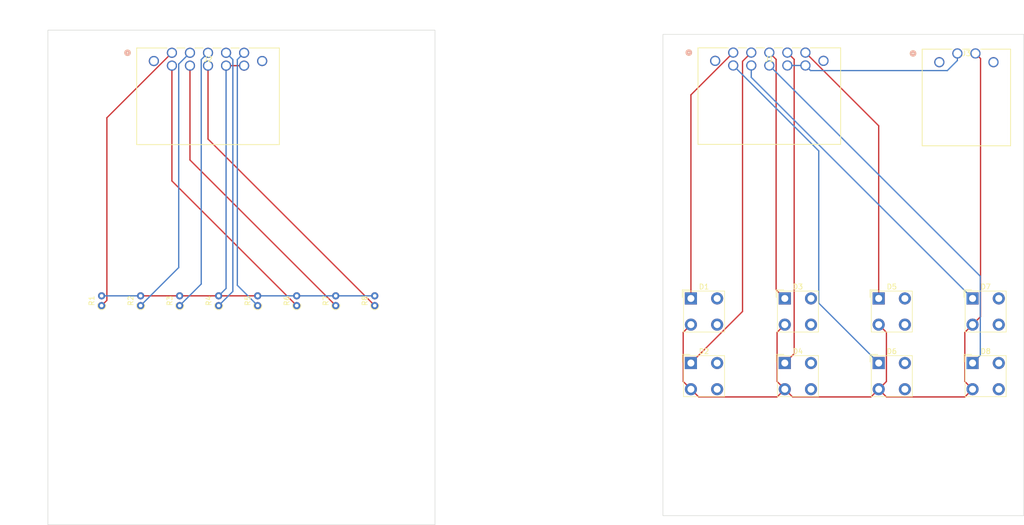
<source format=kicad_pcb>
(kicad_pcb (version 20221018) (generator pcbnew)
  (layers (0 "F.Cu" signal) (31 "B.Cu" signal) (34 "B.Paste" user) (35 "F.Paste" user) (36 "B.SilkS" user "B.Silkscreen") (37 "F.SilkS" user "F.Silkscreen") (38 "B.Mask" user) (39 "F.Mask" user) (44 "Edge.Cuts" user))
  (net 0 "")
  (net 1 "/Main Board/10P1")
  (net 2 "Net-(D1-A)")
  (net 3 "/Main Board/10P2")
  (net 4 "/Main Board/10P3")
  (net 5 "/Main Board/10P4")
  (net 6 "/Main Board/10P5")
  (net 7 "/Main Board/10P6")
  (net 8 "/Main Board/10P7")
  (net 9 "/Main Board/10P8")
  (net 10 "/Main Board/GND")
  (net 11 "/Connector Board/10P1")
  (net 12 "/Connector Board/10P2")
  (net 13 "/Connector Board/10P3")
  (net 14 "/Connector Board/10P4")
  (net 15 "/Connector Board/10P5")
  (net 16 "/Connector Board/10P6")
  (net 17 "/Connector Board/10P7")
  (net 18 "/Connector Board/10P8")
  (net 19 "/Connector Board/GND")
  (footprint "Resistor_THT:R_Axial_DIN0204_L3.6mm_D1.6mm_P1.90mm_Vertical" (layer "F.Cu") (at 91.875426 87.63 90)
    (fp_text reference "R7" (at 0.95 -1.92 90) (layer "F.SilkS"))
    (fp_text value "R_Photo")
    (fp_arc (start 0.320095 0.749359) (mid -0.813042 -0.054435) (end 0.417133 -0.7) (stroke (width 0.12)) (layer "F.SilkS"))
    (pad "1" thru_hole circle (at 0 0 90) (size 1.4 1.4) (drill 0.7) (layers "*.Cu" "*.Mask") (net 17 "/Connector Board/10P7"))
    (pad "2" thru_hole oval (at 1.9 0 90) (size 1.4 1.4) (drill 0.7) (layers "*.Cu" "*.Mask") (net 19 "/Connector Board/GND"))
  )
  (footprint "Resistor_THT:R_Axial_DIN0204_L3.6mm_D1.6mm_P1.90mm_Vertical" (layer "F.Cu") (at 46.482 87.63 90)
    (fp_text reference "R1" (at 0.95 -1.92 90) (layer "F.SilkS"))
    (fp_text value "R_Photo")
    (fp_arc (start 0.320095 0.749359) (mid -0.813042 -0.054435) (end 0.417133 -0.7) (stroke (width 0.12)) (layer "F.SilkS"))
    (pad "1" thru_hole circle (at 0 0 90) (size 1.4 1.4) (drill 0.7) (layers "*.Cu" "*.Mask") (net 11 "/Connector Board/10P1"))
    (pad "2" thru_hole oval (at 1.9 0 90) (size 1.4 1.4) (drill 0.7) (layers "*.Cu" "*.Mask") (net 19 "/Connector Board/GND"))
  )
  (footprint "Resistor_THT:R_Axial_DIN0204_L3.6mm_D1.6mm_P1.90mm_Vertical" (layer "F.Cu") (at 84.309855 87.63 90)
    (fp_text reference "R6" (at 0.95 -1.92 90) (layer "F.SilkS"))
    (fp_text value "R_Photo")
    (fp_arc (start 0.320095 0.749359) (mid -0.813042 -0.054435) (end 0.417133 -0.7) (stroke (width 0.12)) (layer "F.SilkS"))
    (pad "1" thru_hole circle (at 0 0 90) (size 1.4 1.4) (drill 0.7) (layers "*.Cu" "*.Mask") (net 16 "/Connector Board/10P6"))
    (pad "2" thru_hole oval (at 1.9 0 90) (size 1.4 1.4) (drill 0.7) (layers "*.Cu" "*.Mask") (net 19 "/Connector Board/GND"))
  )
  (footprint "Resistor_THT:R_Axial_DIN0204_L3.6mm_D1.6mm_P1.90mm_Vertical" (layer "F.Cu") (at 76.744284 87.63 90)
    (fp_text reference "R5" (at 0.95 -1.92 90) (layer "F.SilkS"))
    (fp_text value "R_Photo")
    (fp_arc (start 0.320095 0.749359) (mid -0.813042 -0.054435) (end 0.417133 -0.7) (stroke (width 0.12)) (layer "F.SilkS"))
    (pad "1" thru_hole circle (at 0 0 90) (size 1.4 1.4) (drill 0.7) (layers "*.Cu" "*.Mask") (net 15 "/Connector Board/10P5"))
    (pad "2" thru_hole oval (at 1.9 0 90) (size 1.4 1.4) (drill 0.7) (layers "*.Cu" "*.Mask") (net 19 "/Connector Board/GND"))
  )
  (footprint "LED_THT:LED_BL-FL7680RGB" (layer "F.Cu") (at 215.36 98.774)
    (fp_text reference "D8" (at 2.54 -2.27) (layer "F.SilkS"))
    (fp_text value "LED")
    (fp_line (start -1.675 -1.675) (end -0.185 -1.675) (stroke (width 0.12)) (layer "F.SilkS"))
    (fp_line (start -1.675 -0.185) (end -1.675 -1.675) (stroke (width 0.12)) (layer "F.SilkS"))
    (fp_line (start -1.435 -1.435) (end -1.435 6.515) (stroke (width 0.12)) (layer "F.SilkS"))
    (fp_line (start -1.435 6.515) (end 6.515 6.515) (stroke (width 0.12)) (layer "F.SilkS"))
    (fp_line (start 6.515 -1.435) (end -1.435 -1.435) (stroke (width 0.12)) (layer "F.SilkS"))
    (fp_line (start 6.515 6.515) (end 6.515 -1.435) (stroke (width 0.12)) (layer "F.SilkS"))
    (pad "1" thru_hole rect (at 0 0) (size 2.35 2.35) (drill 1.35) (layers "*.Cu" "*.Mask") (net 9 "/Main Board/10P8"))
    (pad "2" thru_hole circle (at 0 5.08) (size 2.35 2.35) (drill 1.35) (layers "*.Cu" "*.Mask") (net 2 "Net-(D1-A)"))
    (pad "3" thru_hole circle (at 5.08 5.08) (size 2.35 2.35) (drill 1.35) (layers "*.Cu" "*.Mask"))
    (pad "4" thru_hole circle (at 5.08 0) (size 2.35 2.35) (drill 1.35) (layers "*.Cu" "*.Mask"))
  )
  (footprint "LED_THT:LED_BL-FL7680RGB" (layer "F.Cu") (at 160.75 86.239)
    (fp_text reference "D1" (at 2.54 -2.27) (layer "F.SilkS"))
    (fp_text value "LED")
    (fp_line (start -1.675 -1.675) (end -0.185 -1.675) (stroke (width 0.12)) (layer "F.SilkS"))
    (fp_line (start -1.675 -0.185) (end -1.675 -1.675) (stroke (width 0.12)) (layer "F.SilkS"))
    (fp_line (start -1.435 -1.435) (end -1.435 6.515) (stroke (width 0.12)) (layer "F.SilkS"))
    (fp_line (start -1.435 6.515) (end 6.515 6.515) (stroke (width 0.12)) (layer "F.SilkS"))
    (fp_line (start 6.515 -1.435) (end -1.435 -1.435) (stroke (width 0.12)) (layer "F.SilkS"))
    (fp_line (start 6.515 6.515) (end 6.515 -1.435) (stroke (width 0.12)) (layer "F.SilkS"))
    (pad "1" thru_hole rect (at 0 0) (size 2.35 2.35) (drill 1.35) (layers "*.Cu" "*.Mask") (net 1 "/Main Board/10P1"))
    (pad "2" thru_hole circle (at 0 5.08) (size 2.35 2.35) (drill 1.35) (layers "*.Cu" "*.Mask") (net 2 "Net-(D1-A)"))
    (pad "3" thru_hole circle (at 5.08 5.08) (size 2.35 2.35) (drill 1.35) (layers "*.Cu" "*.Mask"))
    (pad "4" thru_hole circle (at 5.08 0) (size 2.35 2.35) (drill 1.35) (layers "*.Cu" "*.Mask"))
  )
  (footprint "10 Pin:xw4m-10d2-h1ds" (layer "F.Cu") (at 60.115299 38.5584)
    (fp_text reference "J2" (at 7.000001 1.25 unlocked) (layer "F.SilkS"))
    (fp_text value "XW4M-10D2-H1DS")
    (fp_circle (center -8.608299 0) (end -8.227299 0) (stroke (width 0.508)) (fill none) (layer "B.SilkS"))
    (fp_line (start -6.830299 -0.927) (end -6.830299 17.8182) (stroke (width 0.1524)) (layer "F.SilkS"))
    (fp_line (start -6.830299 17.8182) (end 20.830301 17.8182) (stroke (width 0.1524)) (layer "F.SilkS"))
    (fp_line (start -0.944404 -0.927) (end -6.830299 -0.927) (stroke (width 0.1524)) (layer "F.SilkS"))
    (fp_line (start 2.555596 -0.927) (end 0.944405 -0.927) (stroke (width 0.1524)) (layer "F.SilkS"))
    (fp_line (start 6.055597 -0.927) (end 4.444405 -0.927) (stroke (width 0.1524)) (layer "F.SilkS"))
    (fp_line (start 9.555597 -0.927) (end 7.944406 -0.927) (stroke (width 0.1524)) (layer "F.SilkS"))
    (fp_line (start 13.055598 -0.927) (end 11.444407 -0.927) (stroke (width 0.1524)) (layer "F.SilkS"))
    (fp_line (start 20.830301 -0.927) (end 14.944407 -0.927) (stroke (width 0.1524)) (layer "F.SilkS"))
    (fp_line (start 20.830301 17.8182) (end 20.830301 -0.927) (stroke (width 0.1524)) (layer "F.SilkS"))
    (fp_circle (center -8.608299 0) (end -8.227299 0) (stroke (width 0.508)) (fill none) (layer "F.SilkS"))
    (pad "1" thru_hole circle (at 0 0) (size 1.9812 1.9812) (drill 1.4732) (layers "*.Cu" "*.Mask") (net 11 "/Connector Board/10P1"))
    (pad "2" thru_hole circle (at 3.500001 0) (size 1.9812 1.9812) (drill 1.4732) (layers "*.Cu" "*.Mask") (net 12 "/Connector Board/10P2"))
    (pad "3" thru_hole circle (at 7.000001 0) (size 1.9812 1.9812) (drill 1.4732) (layers "*.Cu" "*.Mask") (net 13 "/Connector Board/10P3"))
    (pad "4" thru_hole circle (at 10.500002 0) (size 1.9812 1.9812) (drill 1.4732) (layers "*.Cu" "*.Mask") (net 14 "/Connector Board/10P4"))
    (pad "5" thru_hole circle (at 14.000003 0) (size 1.9812 1.9812) (drill 1.4732) (layers "*.Cu" "*.Mask") (net 15 "/Connector Board/10P5"))
    (pad "6" thru_hole circle (at 0 2.5) (size 1.9812 1.9812) (drill 1.4732) (layers "*.Cu" "*.Mask") (net 16 "/Connector Board/10P6"))
    (pad "7" thru_hole circle (at 3.500001 2.5) (size 1.9812 1.9812) (drill 1.4732) (layers "*.Cu" "*.Mask") (net 17 "/Connector Board/10P7"))
    (pad "8" thru_hole circle (at 7.000001 2.5) (size 1.9812 1.9812) (drill 1.4732) (layers "*.Cu" "*.Mask") (net 18 "/Connector Board/10P8"))
    (pad "9" thru_hole circle (at 10.500002 2.5) (size 1.9812 1.9812) (drill 1.4732) (layers "*.Cu" "*.Mask") (net 19 "/Connector Board/GND"))
    (pad "10" thru_hole circle (at 14.000003 2.5) (size 1.9812 1.9812) (drill 1.4732) (layers "*.Cu" "*.Mask") (net 19 "/Connector Board/GND"))
    (pad "11" thru_hole circle (at -3.5 1.600012) (size 1.9812 1.9812) (drill 1.4732) (layers "*.Cu" "*.Mask"))
    (pad "12" thru_hole circle (at 17.500003 1.600012) (size 1.9812 1.9812) (drill 1.4732) (layers "*.Cu" "*.Mask"))
  )
  (footprint "LED_THT:LED_BL-FL7680RGB" (layer "F.Cu") (at 178.953333 86.239)
    (fp_text reference "D3" (at 2.54 -2.27) (layer "F.SilkS"))
    (fp_text value "LED")
    (fp_line (start -1.675 -1.675) (end -0.185 -1.675) (stroke (width 0.12)) (layer "F.SilkS"))
    (fp_line (start -1.675 -0.185) (end -1.675 -1.675) (stroke (width 0.12)) (layer "F.SilkS"))
    (fp_line (start -1.435 -1.435) (end -1.435 6.515) (stroke (width 0.12)) (layer "F.SilkS"))
    (fp_line (start -1.435 6.515) (end 6.515 6.515) (stroke (width 0.12)) (layer "F.SilkS"))
    (fp_line (start 6.515 -1.435) (end -1.435 -1.435) (stroke (width 0.12)) (layer "F.SilkS"))
    (fp_line (start 6.515 6.515) (end 6.515 -1.435) (stroke (width 0.12)) (layer "F.SilkS"))
    (pad "1" thru_hole rect (at 0 0) (size 2.35 2.35) (drill 1.35) (layers "*.Cu" "*.Mask") (net 4 "/Main Board/10P3"))
    (pad "2" thru_hole circle (at 0 5.08) (size 2.35 2.35) (drill 1.35) (layers "*.Cu" "*.Mask") (net 2 "Net-(D1-A)"))
    (pad "3" thru_hole circle (at 5.08 5.08) (size 2.35 2.35) (drill 1.35) (layers "*.Cu" "*.Mask"))
    (pad "4" thru_hole circle (at 5.08 0) (size 2.35 2.35) (drill 1.35) (layers "*.Cu" "*.Mask"))
  )
  (footprint "Resistor_THT:R_Axial_DIN0204_L3.6mm_D1.6mm_P1.90mm_Vertical" (layer "F.Cu") (at 54.047571 87.63 90)
    (fp_text reference "R2" (at 0.95 -1.92 90) (layer "F.SilkS"))
    (fp_text value "R_Photo")
    (fp_arc (start 0.320095 0.749359) (mid -0.813042 -0.054435) (end 0.417133 -0.7) (stroke (width 0.12)) (layer "F.SilkS"))
    (pad "1" thru_hole circle (at 0 0 90) (size 1.4 1.4) (drill 0.7) (layers "*.Cu" "*.Mask") (net 12 "/Connector Board/10P2"))
    (pad "2" thru_hole oval (at 1.9 0 90) (size 1.4 1.4) (drill 0.7) (layers "*.Cu" "*.Mask") (net 19 "/Connector Board/GND"))
  )
  (footprint "LED_THT:LED_BL-FL7680RGB" (layer "F.Cu") (at 215.36 86.239)
    (fp_text reference "D7" (at 2.54 -2.27) (layer "F.SilkS"))
    (fp_text value "LED")
    (fp_line (start -1.675 -1.675) (end -0.185 -1.675) (stroke (width 0.12)) (layer "F.SilkS"))
    (fp_line (start -1.675 -0.185) (end -1.675 -1.675) (stroke (width 0.12)) (layer "F.SilkS"))
    (fp_line (start -1.435 -1.435) (end -1.435 6.515) (stroke (width 0.12)) (layer "F.SilkS"))
    (fp_line (start -1.435 6.515) (end 6.515 6.515) (stroke (width 0.12)) (layer "F.SilkS"))
    (fp_line (start 6.515 -1.435) (end -1.435 -1.435) (stroke (width 0.12)) (layer "F.SilkS"))
    (fp_line (start 6.515 6.515) (end 6.515 -1.435) (stroke (width 0.12)) (layer "F.SilkS"))
    (pad "1" thru_hole rect (at 0 0) (size 2.35 2.35) (drill 1.35) (layers "*.Cu" "*.Mask") (net 8 "/Main Board/10P7"))
    (pad "2" thru_hole circle (at 0 5.08) (size 2.35 2.35) (drill 1.35) (layers "*.Cu" "*.Mask") (net 2 "Net-(D1-A)"))
    (pad "3" thru_hole circle (at 5.08 5.08) (size 2.35 2.35) (drill 1.35) (layers "*.Cu" "*.Mask"))
    (pad "4" thru_hole circle (at 5.08 0) (size 2.35 2.35) (drill 1.35) (layers "*.Cu" "*.Mask"))
  )
  (footprint "Resistor_THT:R_Axial_DIN0204_L3.6mm_D1.6mm_P1.90mm_Vertical" (layer "F.Cu") (at 69.178713 87.63 90)
    (fp_text reference "R4" (at 0.95 -1.92 90) (layer "F.SilkS"))
    (fp_text value "R_Photo")
    (fp_arc (start 0.320095 0.749359) (mid -0.813042 -0.054435) (end 0.417133 -0.7) (stroke (width 0.12)) (layer "F.SilkS"))
    (pad "1" thru_hole circle (at 0 0 90) (size 1.4 1.4) (drill 0.7) (layers "*.Cu" "*.Mask") (net 14 "/Connector Board/10P4"))
    (pad "2" thru_hole oval (at 1.9 0 90) (size 1.4 1.4) (drill 0.7) (layers "*.Cu" "*.Mask") (net 19 "/Connector Board/GND"))
  )
  (footprint "10 Pin:xw4m-10d2-h1ds" (layer "F.Cu") (at 168.950998 38.521)
    (fp_text reference "J1" (at 7.000001 1.25 unlocked) (layer "F.SilkS"))
    (fp_text value "XW4M-10D2-H1DS")
    (fp_circle (center -8.608299 0) (end -8.227299 0) (stroke (width 0.508)) (fill none) (layer "B.SilkS"))
    (fp_line (start -6.830299 -0.927) (end -6.830299 17.8182) (stroke (width 0.1524)) (layer "F.SilkS"))
    (fp_line (start -6.830299 17.8182) (end 20.830301 17.8182) (stroke (width 0.1524)) (layer "F.SilkS"))
    (fp_line (start -0.944404 -0.927) (end -6.830299 -0.927) (stroke (width 0.1524)) (layer "F.SilkS"))
    (fp_line (start 2.555596 -0.927) (end 0.944405 -0.927) (stroke (width 0.1524)) (layer "F.SilkS"))
    (fp_line (start 6.055597 -0.927) (end 4.444405 -0.927) (stroke (width 0.1524)) (layer "F.SilkS"))
    (fp_line (start 9.555597 -0.927) (end 7.944406 -0.927) (stroke (width 0.1524)) (layer "F.SilkS"))
    (fp_line (start 13.055598 -0.927) (end 11.444407 -0.927) (stroke (width 0.1524)) (layer "F.SilkS"))
    (fp_line (start 20.830301 -0.927) (end 14.944407 -0.927) (stroke (width 0.1524)) (layer "F.SilkS"))
    (fp_line (start 20.830301 17.8182) (end 20.830301 -0.927) (stroke (width 0.1524)) (layer "F.SilkS"))
    (fp_circle (center -8.608299 0) (end -8.227299 0) (stroke (width 0.508)) (fill none) (layer "F.SilkS"))
    (pad "1" thru_hole circle (at 0 0) (size 1.9812 1.9812) (drill 1.4732) (layers "*.Cu" "*.Mask") (net 1 "/Main Board/10P1"))
    (pad "2" thru_hole circle (at 3.500001 0) (size 1.9812 1.9812) (drill 1.4732) (layers "*.Cu" "*.Mask") (net 3 "/Main Board/10P2"))
    (pad "3" thru_hole circle (at 7.000001 0) (size 1.9812 1.9812) (drill 1.4732) (layers "*.Cu" "*.Mask") (net 4 "/Main Board/10P3"))
    (pad "4" thru_hole circle (at 10.500002 0) (size 1.9812 1.9812) (drill 1.4732) (layers "*.Cu" "*.Mask") (net 5 "/Main Board/10P4"))
    (pad "5" thru_hole circle (at 14.000003 0) (size 1.9812 1.9812) (drill 1.4732) (layers "*.Cu" "*.Mask") (net 6 "/Main Board/10P5"))
    (pad "6" thru_hole circle (at 0 2.5) (size 1.9812 1.9812) (drill 1.4732) (layers "*.Cu" "*.Mask") (net 7 "/Main Board/10P6"))
    (pad "7" thru_hole circle (at 3.500001 2.5) (size 1.9812 1.9812) (drill 1.4732) (layers "*.Cu" "*.Mask") (net 8 "/Main Board/10P7"))
    (pad "8" thru_hole circle (at 7.000001 2.5) (size 1.9812 1.9812) (drill 1.4732) (layers "*.Cu" "*.Mask") (net 9 "/Main Board/10P8"))
    (pad "9" thru_hole circle (at 10.500002 2.5) (size 1.9812 1.9812) (drill 1.4732) (layers "*.Cu" "*.Mask") (net 10 "/Main Board/GND"))
    (pad "10" thru_hole circle (at 14.000003 2.5) (size 1.9812 1.9812) (drill 1.4732) (layers "*.Cu" "*.Mask") (net 10 "/Main Board/GND"))
    (pad "11" thru_hole circle (at -3.5 1.600012) (size 1.9812 1.9812) (drill 1.4732) (layers "*.Cu" "*.Mask"))
    (pad "12" thru_hole circle (at 17.500003 1.600012) (size 1.9812 1.9812) (drill 1.4732) (layers "*.Cu" "*.Mask"))
  )
  (footprint "LED_THT:LED_BL-FL7680RGB" (layer "F.Cu") (at 197.156666 98.774)
    (fp_text reference "D6" (at 2.54 -2.27) (layer "F.SilkS"))
    (fp_text value "LED")
    (fp_line (start -1.675 -1.675) (end -0.185 -1.675) (stroke (width 0.12)) (layer "F.SilkS"))
    (fp_line (start -1.675 -0.185) (end -1.675 -1.675) (stroke (width 0.12)) (layer "F.SilkS"))
    (fp_line (start -1.435 -1.435) (end -1.435 6.515) (stroke (width 0.12)) (layer "F.SilkS"))
    (fp_line (start -1.435 6.515) (end 6.515 6.515) (stroke (width 0.12)) (layer "F.SilkS"))
    (fp_line (start 6.515 -1.435) (end -1.435 -1.435) (stroke (width 0.12)) (layer "F.SilkS"))
    (fp_line (start 6.515 6.515) (end 6.515 -1.435) (stroke (width 0.12)) (layer "F.SilkS"))
    (pad "1" thru_hole rect (at 0 0) (size 2.35 2.35) (drill 1.35) (layers "*.Cu" "*.Mask") (net 7 "/Main Board/10P6"))
    (pad "2" thru_hole circle (at 0 5.08) (size 2.35 2.35) (drill 1.35) (layers "*.Cu" "*.Mask") (net 2 "Net-(D1-A)"))
    (pad "3" thru_hole circle (at 5.08 5.08) (size 2.35 2.35) (drill 1.35) (layers "*.Cu" "*.Mask"))
    (pad "4" thru_hole circle (at 5.08 0) (size 2.35 2.35) (drill 1.35) (layers "*.Cu" "*.Mask"))
  )
  (footprint "LED_THT:LED_BL-FL7680RGB" (layer "F.Cu") (at 197.156666 86.239)
    (fp_text reference "D5" (at 2.54 -2.27) (layer "F.SilkS"))
    (fp_text value "LED")
    (fp_line (start -1.675 -1.675) (end -0.185 -1.675) (stroke (width 0.12)) (layer "F.SilkS"))
    (fp_line (start -1.675 -0.185) (end -1.675 -1.675) (stroke (width 0.12)) (layer "F.SilkS"))
    (fp_line (start -1.435 -1.435) (end -1.435 6.515) (stroke (width 0.12)) (layer "F.SilkS"))
    (fp_line (start -1.435 6.515) (end 6.515 6.515) (stroke (width 0.12)) (layer "F.SilkS"))
    (fp_line (start 6.515 -1.435) (end -1.435 -1.435) (stroke (width 0.12)) (layer "F.SilkS"))
    (fp_line (start 6.515 6.515) (end 6.515 -1.435) (stroke (width 0.12)) (layer "F.SilkS"))
    (pad "1" thru_hole rect (at 0 0) (size 2.35 2.35) (drill 1.35) (layers "*.Cu" "*.Mask") (net 6 "/Main Board/10P5"))
    (pad "2" thru_hole circle (at 0 5.08) (size 2.35 2.35) (drill 1.35) (layers "*.Cu" "*.Mask") (net 2 "Net-(D1-A)"))
    (pad "3" thru_hole circle (at 5.08 5.08) (size 2.35 2.35) (drill 1.35) (layers "*.Cu" "*.Mask"))
    (pad "4" thru_hole circle (at 5.08 0) (size 2.35 2.35) (drill 1.35) (layers "*.Cu" "*.Mask"))
  )
  (footprint "LED_THT:LED_BL-FL7680RGB" (layer "F.Cu") (at 160.75 98.774)
    (fp_text reference "D2" (at 2.54 -2.27) (layer "F.SilkS"))
    (fp_text value "LED")
    (fp_line (start -1.675 -1.675) (end -0.185 -1.675) (stroke (width 0.12)) (layer "F.SilkS"))
    (fp_line (start -1.675 -0.185) (end -1.675 -1.675) (stroke (width 0.12)) (layer "F.SilkS"))
    (fp_line (start -1.435 -1.435) (end -1.435 6.515) (stroke (width 0.12)) (layer "F.SilkS"))
    (fp_line (start -1.435 6.515) (end 6.515 6.515) (stroke (width 0.12)) (layer "F.SilkS"))
    (fp_line (start 6.515 -1.435) (end -1.435 -1.435) (stroke (width 0.12)) (layer "F.SilkS"))
    (fp_line (start 6.515 6.515) (end 6.515 -1.435) (stroke (width 0.12)) (layer "F.SilkS"))
    (pad "1" thru_hole rect (at 0 0) (size 2.35 2.35) (drill 1.35) (layers "*.Cu" "*.Mask") (net 3 "/Main Board/10P2"))
    (pad "2" thru_hole circle (at 0 5.08) (size 2.35 2.35) (drill 1.35) (layers "*.Cu" "*.Mask") (net 2 "Net-(D1-A)"))
    (pad "3" thru_hole circle (at 5.08 5.08) (size 2.35 2.35) (drill 1.35) (layers "*.Cu" "*.Mask"))
    (pad "4" thru_hole circle (at 5.08 0) (size 2.35 2.35) (drill 1.35) (layers "*.Cu" "*.Mask"))
  )
  (footprint "PCM_kikit:Board" (layer "F.Cu") (at 36.322 34.163)
    (fp_text reference "B1")
    (fp_text value "Board")
  )
  (footprint "LED_THT:LED_BL-FL7680RGB" (layer "F.Cu") (at 178.953333 98.774)
    (fp_text reference "D4" (at 2.54 -2.27) (layer "F.SilkS"))
    (fp_text value "LED")
    (fp_line (start -1.675 -1.675) (end -0.185 -1.675) (stroke (width 0.12)) (layer "F.SilkS"))
    (fp_line (start -1.675 -0.185) (end -1.675 -1.675) (stroke (width 0.12)) (layer "F.SilkS"))
    (fp_line (start -1.435 -1.435) (end -1.435 6.515) (stroke (width 0.12)) (layer "F.SilkS"))
    (fp_line (start -1.435 6.515) (end 6.515 6.515) (stroke (width 0.12)) (layer "F.SilkS"))
    (fp_line (start 6.515 -1.435) (end -1.435 -1.435) (stroke (width 0.12)) (layer "F.SilkS"))
    (fp_line (start 6.515 6.515) (end 6.515 -1.435) (stroke (width 0.12)) (layer "F.SilkS"))
    (pad "1" thru_hole rect (at 0 0) (size 2.35 2.35) (drill 1.35) (layers "*.Cu" "*.Mask") (net 5 "/Main Board/10P4"))
    (pad "2" thru_hole circle (at 0 5.08) (size 2.35 2.35) (drill 1.35) (layers "*.Cu" "*.Mask") (net 2 "Net-(D1-A)"))
    (pad "3" thru_hole circle (at 5.08 5.08) (size 2.35 2.35) (drill 1.35) (layers "*.Cu" "*.Mask"))
    (pad "4" thru_hole circle (at 5.08 0) (size 2.35 2.35) (drill 1.35) (layers "*.Cu" "*.Mask"))
  )
  (footprint "2 Pin:xw4m-02d1-h1da" (layer "F.Cu") (at 212.414999 38.686001)
    (fp_text reference "J3" (at 1.75 0 unlocked) (layer "F.SilkS"))
    (fp_text value "XW4M-02D1-H1DA")
    (fp_circle (center -8.6005 0) (end -8.2195 0) (stroke (width 0.508)) (fill none) (layer "B.SilkS"))
    (fp_line (start -6.8225 -0.827) (end -6.8225 17.918199) (stroke (width 0.1524)) (layer "F.SilkS"))
    (fp_line (start -6.8225 17.918199) (end 10.3225 17.918199) (stroke (width 0.1524)) (layer "F.SilkS"))
    (fp_line (start -1.033103 -0.827) (end -6.8225 -0.827) (stroke (width 0.1524)) (layer "F.SilkS"))
    (fp_line (start 2.4669 -0.827) (end 1.033101 -0.827) (stroke (width 0.1524)) (layer "F.SilkS"))
    (fp_line (start 10.3225 -0.827) (end 4.533104 -0.827) (stroke (width 0.1524)) (layer "F.SilkS"))
    (fp_line (start 10.3225 17.918199) (end 10.3225 -0.827) (stroke (width 0.1524)) (layer "F.SilkS"))
    (fp_circle (center -8.6005 0) (end -8.2195 0) (stroke (width 0.508)) (fill none) (layer "F.SilkS"))
    (pad "1" thru_hole circle (at 0 0) (size 1.9812 1.9812) (drill 1.4732) (layers "*.Cu" "*.Mask") (net 10 "/Main Board/GND"))
    (pad "2" thru_hole circle (at 3.500002 0) (size 1.9812 1.9812) (drill 1.4732) (layers "*.Cu" "*.Mask") (net 2 "Net-(D1-A)"))
    (pad "3" thru_hole circle (at -3.499999 1.699999) (size 1.9812 1.9812) (drill 1.4732) (layers "*.Cu" "*.Mask"))
    (pad "4" thru_hole circle (at 7 1.699999) (size 1.9812 1.9812) (drill 1.4732) (layers "*.Cu" "*.Mask"))
  )
  (footprint "PCM_kikit:Board" (layer "F.Cu") (at 158.496 34.8615)
    (fp_text reference "B2")
    (fp_text value "Board")
  )
  (footprint "Resistor_THT:R_Axial_DIN0204_L3.6mm_D1.6mm_P1.90mm_Vertical" (layer "F.Cu") (at 99.441 87.63 90)
    (fp_text reference "R8" (at 0.95 -1.92 90) (layer "F.SilkS"))
    (fp_text value "R_Photo")
    (fp_arc (start 0.320095 0.749359) (mid -0.813042 -0.054435) (end 0.417133 -0.7) (stroke (width 0.12)) (layer "F.SilkS"))
    (pad "1" thru_hole circle (at 0 0 90) (size 1.4 1.4) (drill 0.7) (layers "*.Cu" "*.Mask") (net 18 "/Connector Board/10P8"))
    (pad "2" thru_hole oval (at 1.9 0 90) (size 1.4 1.4) (drill 0.7) (layers "*.Cu" "*.Mask") (net 19 "/Connector Board/GND"))
  )
  (footprint "Resistor_THT:R_Axial_DIN0204_L3.6mm_D1.6mm_P1.90mm_Vertical" (layer "F.Cu") (at 61.613142 87.63 90)
    (fp_text reference "R3" (at 0.95 -1.92 90) (layer "F.SilkS"))
    (fp_text value "R_Photo")
    (fp_arc (start 0.320095 0.749359) (mid -0.813042 -0.054435) (end 0.417133 -0.7) (stroke (width 0.12)) (layer "F.SilkS"))
    (pad "1" thru_hole circle (at 0 0 90) (size 1.4 1.4) (drill 0.7) (layers "*.Cu" "*.Mask") (net 13 "/Connector Board/10P3"))
    (pad "2" thru_hole oval (at 1.9 0 90) (size 1.4 1.4) (drill 0.7) (layers "*.Cu" "*.Mask") (net 19 "/Connector Board/GND"))
  )
  (gr_rect (start 155.321 34.9885) (end 225.298 128.397) (stroke (width 0.1)) (fill none) (layer "Edge.Cuts"))
  (gr_rect (start 36.068 34.163) (end 111.125 130.175) (stroke (width 0.1)) (fill none) (layer "Edge.Cuts"))
  (segment (start 160.75 46.721998) (end 160.75 86.239) (width 0.25) (layer "F.Cu") (net 1))
  (segment (start 168.950998 38.521) (end 160.75 46.721998) (width 0.25) (layer "F.Cu") (net 1))
  (segment (start 215.36 103.854) (end 213.86 105.354) (width 0.25) (layer "F.Cu") (net 2))
  (segment (start 178.953333 103.854) (end 177.453333 105.354) (width 0.25) (layer "F.Cu") (net 2))
  (segment (start 177.453333 92.819) (end 178.953333 91.319) (width 0.25) (layer "F.Cu") (net 2))
  (segment (start 178.953333 103.854) (end 177.453333 102.354) (width 0.25) (layer "F.Cu") (net 2))
  (segment (start 216.9056 89.7734) (end 215.36 91.319) (width 0.25) (layer "F.Cu") (net 2))
  (segment (start 213.86 102.354) (end 215.36 103.854) (width 0.25) (layer "F.Cu") (net 2))
  (segment (start 177.453333 105.354) (end 162.25 105.354) (width 0.25) (layer "F.Cu") (net 2))
  (segment (start 215.36 91.319) (end 213.86 92.819) (width 0.25) (layer "F.Cu") (net 2))
  (segment (start 180.453333 105.354) (end 178.953333 103.854) (width 0.25) (layer "F.Cu") (net 2))
  (segment (start 213.86 92.819) (end 213.86 102.354) (width 0.25) (layer "F.Cu") (net 2))
  (segment (start 159.25 102.354) (end 159.25 92.819) (width 0.25) (layer "F.Cu") (net 2))
  (segment (start 215.915001 38.686001) (end 216.9056 39.6766) (width 0.25) (layer "F.Cu") (net 2))
  (segment (start 197.156666 103.854) (end 195.656666 105.354) (width 0.25) (layer "F.Cu") (net 2))
  (segment (start 195.656666 105.354) (end 180.453333 105.354) (width 0.25) (layer "F.Cu") (net 2))
  (segment (start 198.656666 105.354) (end 197.156666 103.854) (width 0.25) (layer "F.Cu") (net 2))
  (segment (start 197.156666 103.854) (end 198.656666 102.354) (width 0.25) (layer "F.Cu") (net 2))
  (segment (start 162.25 105.354) (end 160.75 103.854) (width 0.25) (layer "F.Cu") (net 2))
  (segment (start 198.656666 102.354) (end 198.656666 92.819) (width 0.25) (layer "F.Cu") (net 2))
  (segment (start 160.75 103.854) (end 159.25 102.354) (width 0.25) (layer "F.Cu") (net 2))
  (segment (start 198.656666 92.819) (end 197.156666 91.319) (width 0.25) (layer "F.Cu") (net 2))
  (segment (start 177.453333 102.354) (end 177.453333 92.819) (width 0.25) (layer "F.Cu") (net 2))
  (segment (start 213.86 105.354) (end 198.656666 105.354) (width 0.25) (layer "F.Cu") (net 2))
  (segment (start 159.25 92.819) (end 160.75 91.319) (width 0.25) (layer "F.Cu") (net 2))
  (segment (start 216.9056 39.6766) (end 216.9056 89.7734) (width 0.25) (layer "F.Cu") (net 2))
  (segment (start 172.450999 38.521) (end 170.755539 40.21646) (width 0.25) (layer "F.Cu") (net 3))
  (segment (start 170.755539 40.21646) (end 170.755539 88.768461) (width 0.25) (layer "F.Cu") (net 3))
  (segment (start 170.755539 88.768461) (end 160.75 98.774) (width 0.25) (layer "F.Cu") (net 3))
  (segment (start 175.950999 38.521) (end 177.266599 39.8366) (width 0.25) (layer "F.Cu") (net 4))
  (segment (start 177.266599 84.552266) (end 178.953333 86.239) (width 0.25) (layer "F.Cu") (net 4))
  (segment (start 177.266599 39.8366) (end 177.266599 84.552266) (width 0.25) (layer "F.Cu") (net 4))
  (segment (start 180.7666 39.8366) (end 180.7666 96.960733) (width 0.25) (layer "F.Cu") (net 5))
  (segment (start 179.451 38.521) (end 180.7666 39.8366) (width 0.25) (layer "F.Cu") (net 5))
  (segment (start 180.7666 96.960733) (end 178.953333 98.774) (width 0.25) (layer "F.Cu") (net 5))
  (segment (start 197.156666 52.726665) (end 197.156666 86.239) (width 0.25) (layer "F.Cu") (net 6))
  (segment (start 182.951001 38.521) (end 197.156666 52.726665) (width 0.25) (layer "F.Cu") (net 6))
  (segment (start 168.950998 41.021) (end 185.533333 57.603335) (width 0.25) (layer "B.Cu") (net 7))
  (segment (start 185.533333 87.150667) (end 197.156666 98.774) (width 0.25) (layer "B.Cu") (net 7))
  (segment (start 185.533333 57.603335) (end 185.533333 87.150667) (width 0.25) (layer "B.Cu") (net 7))
  (segment (start 172.450999 43.329999) (end 215.36 86.239) (width 0.25) (layer "B.Cu") (net 8))
  (segment (start 172.450999 41.021) (end 172.450999 43.329999) (width 0.25) (layer "B.Cu") (net 8))
  (segment (start 216.86 81.930001) (end 216.86 97.274) (width 0.25) (layer "B.Cu") (net 9))
  (segment (start 216.86 97.274) (end 215.36 98.774) (width 0.25) (layer "B.Cu") (net 9))
  (segment (start 175.950999 41.021) (end 216.86 81.930001) (width 0.25) (layer "B.Cu") (net 9))
  (segment (start 210.464401 42.011599) (end 212.414999 40.061001) (width 0.25) (layer "B.Cu") (net 10))
  (segment (start 183.9416 42.011599) (end 210.464401 42.011599) (width 0.25) (layer "B.Cu") (net 10))
  (segment (start 179.451 41.021) (end 182.951001 41.021) (width 0.25) (layer "B.Cu") (net 10))
  (segment (start 182.951001 41.021) (end 183.9416 42.011599) (width 0.25) (layer "B.Cu") (net 10))
  (segment (start 212.414999 40.061001) (end 212.414999 38.686001) (width 0.25) (layer "B.Cu") (net 10))
  (segment (start 47.507 86.605) (end 46.482 87.63) (width 0.25) (layer "F.Cu") (net 11))
  (segment (start 60.115299 38.5584) (end 47.507 51.166699) (width 0.25) (layer "F.Cu") (net 11))
  (segment (start 47.507 51.166699) (end 47.507 86.605) (width 0.25) (layer "F.Cu") (net 11))
  (segment (start 61.430899 80.246672) (end 54.047571 87.63) (width 0.25) (layer "B.Cu") (net 12))
  (segment (start 61.430899 40.742801) (end 61.430899 80.246672) (width 0.25) (layer "B.Cu") (net 12))
  (segment (start 63.6153 38.5584) (end 61.430899 40.742801) (width 0.25) (layer "B.Cu") (net 12))
  (segment (start 65.7997 83.443442) (end 61.613142 87.63) (width 0.25) (layer "B.Cu") (net 13))
  (segment (start 65.7997 39.874) (end 65.7997 83.443442) (width 0.25) (layer "B.Cu") (net 13))
  (segment (start 67.1153 38.5584) (end 65.7997 39.874) (width 0.25) (layer "B.Cu") (net 13))
  (segment (start 71.930901 39.874) (end 71.930901 84.877812) (width 0.25) (layer "B.Cu") (net 14))
  (segment (start 71.930901 84.877812) (end 69.178713 87.63) (width 0.25) (layer "B.Cu") (net 14))
  (segment (start 70.615301 38.5584) (end 71.930901 39.874) (width 0.25) (layer "B.Cu") (net 14))
  (segment (start 72.799702 39.874) (end 72.799702 83.685418) (width 0.25) (layer "B.Cu") (net 15))
  (segment (start 74.115302 38.5584) (end 72.799702 39.874) (width 0.25) (layer "B.Cu") (net 15))
  (segment (start 72.799702 83.685418) (end 76.744284 87.63) (width 0.25) (layer "B.Cu") (net 15))
  (segment (start 60.115299 41.0584) (end 60.115299 63.435444) (width 0.25) (layer "F.Cu") (net 16))
  (segment (start 60.115299 63.435444) (end 84.309855 87.63) (width 0.25) (layer "F.Cu") (net 16))
  (segment (start 63.6153 59.369874) (end 91.875426 87.63) (width 0.25) (layer "F.Cu") (net 17))
  (segment (start 63.6153 41.0584) (end 63.6153 59.369874) (width 0.25) (layer "F.Cu") (net 17))
  (segment (start 67.1153 41.0584) (end 67.1153 55.3043) (width 0.25) (layer "F.Cu") (net 18))
  (segment (start 67.1153 55.3043) (end 99.441 87.63) (width 0.25) (layer "F.Cu") (net 18))
  (segment (start 74.115302 41.0584) (end 70.615301 41.0584) (width 0.25) (layer "F.Cu") (net 19))
  (segment (start 54.047571 85.73) (end 61.613142 85.73) (width 0.25) (layer "F.Cu") (net 19))
  (segment (start 61.613142 85.73) (end 69.178713 85.73) (width 0.25) (layer "F.Cu") (net 19))
  (segment (start 69.178713 85.73) (end 76.744284 85.73) (width 0.25) (layer "F.Cu") (net 19))
  (segment (start 84.309855 85.73) (end 91.875426 85.73) (width 0.25) (layer "B.Cu") (net 19))
  (segment (start 91.875426 85.73) (end 99.441 85.73) (width 0.25) (layer "B.Cu") (net 19))
  (segment (start 76.744284 85.73) (end 84.309855 85.73) (width 0.25) (layer "B.Cu") (net 19))
  (segment (start 46.482 85.73) (end 54.047571 85.73) (width 0.25) (layer "B.Cu") (net 19))
  (segment (start 70.615301 41.0584) (end 70.615301 84.293412) (width 0.25) (layer "B.Cu") (net 19))
  (segment (start 70.615301 84.293412) (end 69.178713 85.73) (width 0.25) (layer "B.Cu") (net 19))
)
</source>
